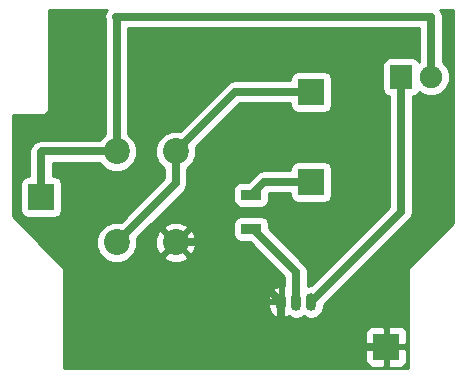
<source format=gbr>
G04 #@! TF.FileFunction,Copper,L1,Top,Signal*
%FSLAX46Y46*%
G04 Gerber Fmt 4.6, Leading zero omitted, Abs format (unit mm)*
G04 Created by KiCad (PCBNEW 4.0.2-stable) date 2016 April 06, Wednesday 21:37:21*
%MOMM*%
G01*
G04 APERTURE LIST*
%ADD10C,0.100000*%
%ADD11R,1.900000X2.000000*%
%ADD12C,1.900000*%
%ADD13R,2.235200X2.235200*%
%ADD14O,0.899160X1.501140*%
%ADD15R,1.700000X0.900000*%
%ADD16C,2.199640*%
%ADD17C,0.700000*%
%ADD18C,0.250000*%
%ADD19C,0.254000*%
G04 APERTURE END LIST*
D10*
D11*
X170180000Y-96520000D03*
D12*
X172720000Y-96520000D03*
D13*
X162560000Y-97790000D03*
X162560000Y-105410000D03*
D14*
X161290000Y-115570000D03*
X162560000Y-115570000D03*
X160020000Y-115570000D03*
D15*
X157480000Y-106500000D03*
X157480000Y-109400000D03*
D16*
X146090640Y-110530640D03*
X151089360Y-110530640D03*
X151089360Y-102829360D03*
X146090640Y-102829360D03*
D13*
X139700000Y-106680000D03*
X168910000Y-119380000D03*
D17*
X162560000Y-115570000D02*
X170180000Y-107950000D01*
X170180000Y-107950000D02*
X170180000Y-96520000D01*
D18*
X170180000Y-96520000D02*
X170180000Y-107950000D01*
D17*
X172720000Y-96520000D02*
X172720000Y-91440000D01*
X172720000Y-91440000D02*
X146050000Y-91440000D01*
X146050000Y-91440000D02*
X146090640Y-91480640D01*
X146090640Y-91480640D02*
X146090640Y-102829360D01*
X146090640Y-102829360D02*
X139740640Y-102829360D01*
X139740640Y-102829360D02*
X139700000Y-102870000D01*
X139700000Y-102870000D02*
X139700000Y-106680000D01*
D18*
X146090640Y-102829360D02*
X139740640Y-102829360D01*
X139700000Y-102870000D02*
X139700000Y-106680000D01*
X139740640Y-102829360D02*
X139700000Y-102870000D01*
X146050000Y-91440000D02*
X146090640Y-91480640D01*
X146090640Y-91480640D02*
X146090640Y-102829360D01*
X172720000Y-91440000D02*
X166370000Y-91440000D01*
X166370000Y-91440000D02*
X146050000Y-91440000D01*
D17*
X151089360Y-102829360D02*
X151089360Y-105531920D01*
X151089360Y-105531920D02*
X146090640Y-110530640D01*
X162560000Y-97790000D02*
X156128720Y-97790000D01*
X156128720Y-97790000D02*
X151089360Y-102829360D01*
D18*
X151089360Y-105531920D02*
X146090640Y-110530640D01*
D17*
X162560000Y-105410000D02*
X158570000Y-105410000D01*
X158570000Y-105410000D02*
X157480000Y-106500000D01*
D18*
X158570000Y-105410000D02*
X157480000Y-106500000D01*
D17*
X157480000Y-109400000D02*
X157660000Y-109400000D01*
X157660000Y-109400000D02*
X161290000Y-113030000D01*
X161290000Y-113030000D02*
X161290000Y-115570000D01*
D18*
X161290000Y-115570000D02*
X161290000Y-113210000D01*
X161290000Y-113210000D02*
X157480000Y-109400000D01*
D17*
X151089360Y-110530640D02*
X154980640Y-110530640D01*
X154980640Y-110530640D02*
X160020000Y-115570000D01*
X160020000Y-115570000D02*
X160020000Y-119380000D01*
X160020000Y-119380000D02*
X168910000Y-119380000D01*
D18*
X160020000Y-115570000D02*
X160020000Y-119380000D01*
X160020000Y-119380000D02*
X168910000Y-119380000D01*
X154980640Y-110530640D02*
X160020000Y-115570000D01*
D19*
G36*
X145139979Y-91063057D02*
X145065000Y-91440000D01*
X145105640Y-91644310D01*
X145105640Y-101361375D01*
X144621811Y-101844360D01*
X139740640Y-101844360D01*
X139363697Y-101919339D01*
X139044140Y-102132860D01*
X139003500Y-102173500D01*
X138789979Y-102493057D01*
X138715000Y-102870000D01*
X138715000Y-104914960D01*
X138582400Y-104914960D01*
X138347083Y-104959238D01*
X138130959Y-105098310D01*
X137985969Y-105310510D01*
X137934960Y-105562400D01*
X137934960Y-107797600D01*
X137979238Y-108032917D01*
X138118310Y-108249041D01*
X138330510Y-108394031D01*
X138582400Y-108445040D01*
X140817600Y-108445040D01*
X141052917Y-108400762D01*
X141269041Y-108261690D01*
X141414031Y-108049490D01*
X141465040Y-107797600D01*
X141465040Y-105562400D01*
X141420762Y-105327083D01*
X141281690Y-105110959D01*
X141069490Y-104965969D01*
X140817600Y-104914960D01*
X140685000Y-104914960D01*
X140685000Y-103814360D01*
X144622655Y-103814360D01*
X145106660Y-104299211D01*
X145744049Y-104563878D01*
X146434203Y-104564480D01*
X147072053Y-104300926D01*
X147560491Y-103813340D01*
X147825158Y-103175951D01*
X147825760Y-102485797D01*
X147562206Y-101847947D01*
X147075640Y-101360531D01*
X147075640Y-92425000D01*
X171735000Y-92425000D01*
X171735000Y-95263708D01*
X171725663Y-95273029D01*
X171594090Y-95068559D01*
X171381890Y-94923569D01*
X171130000Y-94872560D01*
X169230000Y-94872560D01*
X168994683Y-94916838D01*
X168778559Y-95055910D01*
X168633569Y-95268110D01*
X168582560Y-95520000D01*
X168582560Y-97520000D01*
X168626838Y-97755317D01*
X168765910Y-97971441D01*
X168978110Y-98116431D01*
X169195000Y-98160352D01*
X169195000Y-107542000D01*
X162576444Y-114160556D01*
X162560000Y-114157285D01*
X162275000Y-114213975D01*
X162275000Y-113030000D01*
X162200021Y-112653057D01*
X161986500Y-112333500D01*
X158977440Y-109324440D01*
X158977440Y-108950000D01*
X158933162Y-108714683D01*
X158794090Y-108498559D01*
X158581890Y-108353569D01*
X158330000Y-108302560D01*
X156630000Y-108302560D01*
X156394683Y-108346838D01*
X156178559Y-108485910D01*
X156033569Y-108698110D01*
X155982560Y-108950000D01*
X155982560Y-109850000D01*
X156026838Y-110085317D01*
X156165910Y-110301441D01*
X156378110Y-110446431D01*
X156630000Y-110497440D01*
X157364440Y-110497440D01*
X160305000Y-113438000D01*
X160305000Y-114231812D01*
X160147000Y-114351932D01*
X160147000Y-115443000D01*
X160167000Y-115443000D01*
X160167000Y-115697000D01*
X160147000Y-115697000D01*
X160147000Y-116788068D01*
X160313935Y-116914981D01*
X160650762Y-116750359D01*
X160874949Y-116900156D01*
X161290000Y-116982715D01*
X161705051Y-116900156D01*
X161925000Y-116753191D01*
X162144949Y-116900156D01*
X162560000Y-116982715D01*
X162975051Y-116900156D01*
X163326914Y-116665049D01*
X163562021Y-116313186D01*
X163644580Y-115898135D01*
X163644580Y-115878420D01*
X170876500Y-108646500D01*
X171090021Y-108326943D01*
X171165000Y-107950000D01*
X171165000Y-98160854D01*
X171365317Y-98123162D01*
X171581441Y-97984090D01*
X171726431Y-97771890D01*
X171727055Y-97768808D01*
X171820997Y-97862914D01*
X172403341Y-98104724D01*
X173033893Y-98105275D01*
X173616657Y-97864481D01*
X174062914Y-97419003D01*
X174304724Y-96836659D01*
X174305275Y-96206107D01*
X174064481Y-95623343D01*
X173705000Y-95263233D01*
X173705000Y-91440000D01*
X173630021Y-91063057D01*
X173507706Y-90880000D01*
X174550000Y-90880000D01*
X174550000Y-108925908D01*
X170947954Y-112527954D01*
X170794046Y-112758295D01*
X170740000Y-113030000D01*
X170740000Y-121210000D01*
X141680000Y-121210000D01*
X141680000Y-119665750D01*
X167157400Y-119665750D01*
X167157400Y-120623910D01*
X167254073Y-120857299D01*
X167432702Y-121035927D01*
X167666091Y-121132600D01*
X168624250Y-121132600D01*
X168783000Y-120973850D01*
X168783000Y-119507000D01*
X169037000Y-119507000D01*
X169037000Y-120973850D01*
X169195750Y-121132600D01*
X170153909Y-121132600D01*
X170387298Y-121035927D01*
X170565927Y-120857299D01*
X170662600Y-120623910D01*
X170662600Y-119665750D01*
X170503850Y-119507000D01*
X169037000Y-119507000D01*
X168783000Y-119507000D01*
X167316150Y-119507000D01*
X167157400Y-119665750D01*
X141680000Y-119665750D01*
X141680000Y-118136090D01*
X167157400Y-118136090D01*
X167157400Y-119094250D01*
X167316150Y-119253000D01*
X168783000Y-119253000D01*
X168783000Y-117786150D01*
X169037000Y-117786150D01*
X169037000Y-119253000D01*
X170503850Y-119253000D01*
X170662600Y-119094250D01*
X170662600Y-118136090D01*
X170565927Y-117902701D01*
X170387298Y-117724073D01*
X170153909Y-117627400D01*
X169195750Y-117627400D01*
X169037000Y-117786150D01*
X168783000Y-117786150D01*
X168624250Y-117627400D01*
X167666091Y-117627400D01*
X167432702Y-117724073D01*
X167254073Y-117902701D01*
X167157400Y-118136090D01*
X141680000Y-118136090D01*
X141680000Y-115697000D01*
X158935420Y-115697000D01*
X158935420Y-115997990D01*
X159066580Y-116403373D01*
X159342889Y-116727706D01*
X159726065Y-116914981D01*
X159893000Y-116788068D01*
X159893000Y-115697000D01*
X158935420Y-115697000D01*
X141680000Y-115697000D01*
X141680000Y-115142010D01*
X158935420Y-115142010D01*
X158935420Y-115443000D01*
X159893000Y-115443000D01*
X159893000Y-114351932D01*
X159726065Y-114225019D01*
X159342889Y-114412294D01*
X159066580Y-114736627D01*
X158935420Y-115142010D01*
X141680000Y-115142010D01*
X141680000Y-113030000D01*
X141625954Y-112758295D01*
X141472046Y-112527954D01*
X139818295Y-110874203D01*
X144355520Y-110874203D01*
X144619074Y-111512053D01*
X145106660Y-112000491D01*
X145744049Y-112265158D01*
X146434203Y-112265760D01*
X147072053Y-112002206D01*
X147319313Y-111755377D01*
X150044228Y-111755377D01*
X150155110Y-112032591D01*
X150800997Y-112275783D01*
X151490785Y-112253294D01*
X152023610Y-112032591D01*
X152134492Y-111755377D01*
X151089360Y-110710245D01*
X150044228Y-111755377D01*
X147319313Y-111755377D01*
X147560491Y-111514620D01*
X147825158Y-110877231D01*
X147825712Y-110242277D01*
X149344217Y-110242277D01*
X149366706Y-110932065D01*
X149587409Y-111464890D01*
X149864623Y-111575772D01*
X150909755Y-110530640D01*
X151268965Y-110530640D01*
X152314097Y-111575772D01*
X152591311Y-111464890D01*
X152834503Y-110819003D01*
X152812014Y-110129215D01*
X152591311Y-109596390D01*
X152314097Y-109485508D01*
X151268965Y-110530640D01*
X150909755Y-110530640D01*
X149864623Y-109485508D01*
X149587409Y-109596390D01*
X149344217Y-110242277D01*
X147825712Y-110242277D01*
X147825759Y-110188521D01*
X148708377Y-109305903D01*
X150044228Y-109305903D01*
X151089360Y-110351035D01*
X152134492Y-109305903D01*
X152023610Y-109028689D01*
X151377723Y-108785497D01*
X150687935Y-108807986D01*
X150155110Y-109028689D01*
X150044228Y-109305903D01*
X148708377Y-109305903D01*
X151785860Y-106228420D01*
X151905076Y-106050000D01*
X155982560Y-106050000D01*
X155982560Y-106950000D01*
X156026838Y-107185317D01*
X156165910Y-107401441D01*
X156378110Y-107546431D01*
X156630000Y-107597440D01*
X158330000Y-107597440D01*
X158565317Y-107553162D01*
X158781441Y-107414090D01*
X158926431Y-107201890D01*
X158977440Y-106950000D01*
X158977440Y-106395560D01*
X158978000Y-106395000D01*
X160794960Y-106395000D01*
X160794960Y-106527600D01*
X160839238Y-106762917D01*
X160978310Y-106979041D01*
X161190510Y-107124031D01*
X161442400Y-107175040D01*
X163677600Y-107175040D01*
X163912917Y-107130762D01*
X164129041Y-106991690D01*
X164274031Y-106779490D01*
X164325040Y-106527600D01*
X164325040Y-104292400D01*
X164280762Y-104057083D01*
X164141690Y-103840959D01*
X163929490Y-103695969D01*
X163677600Y-103644960D01*
X161442400Y-103644960D01*
X161207083Y-103689238D01*
X160990959Y-103828310D01*
X160845969Y-104040510D01*
X160794960Y-104292400D01*
X160794960Y-104425000D01*
X158570000Y-104425000D01*
X158193057Y-104499979D01*
X157873500Y-104713500D01*
X157184440Y-105402560D01*
X156630000Y-105402560D01*
X156394683Y-105446838D01*
X156178559Y-105585910D01*
X156033569Y-105798110D01*
X155982560Y-106050000D01*
X151905076Y-106050000D01*
X151999381Y-105908863D01*
X152074360Y-105531920D01*
X152074360Y-104297345D01*
X152559211Y-103813340D01*
X152823878Y-103175951D01*
X152824479Y-102487241D01*
X156536720Y-98775000D01*
X160794960Y-98775000D01*
X160794960Y-98907600D01*
X160839238Y-99142917D01*
X160978310Y-99359041D01*
X161190510Y-99504031D01*
X161442400Y-99555040D01*
X163677600Y-99555040D01*
X163912917Y-99510762D01*
X164129041Y-99371690D01*
X164274031Y-99159490D01*
X164325040Y-98907600D01*
X164325040Y-96672400D01*
X164280762Y-96437083D01*
X164141690Y-96220959D01*
X163929490Y-96075969D01*
X163677600Y-96024960D01*
X161442400Y-96024960D01*
X161207083Y-96069238D01*
X160990959Y-96208310D01*
X160845969Y-96420510D01*
X160794960Y-96672400D01*
X160794960Y-96805000D01*
X156128720Y-96805000D01*
X155751777Y-96879979D01*
X155432220Y-97093500D01*
X151430882Y-101094838D01*
X150745797Y-101094240D01*
X150107947Y-101357794D01*
X149619509Y-101845380D01*
X149354842Y-102482769D01*
X149354240Y-103172923D01*
X149617794Y-103810773D01*
X150104360Y-104298189D01*
X150104360Y-105123920D01*
X146432162Y-108796118D01*
X145747077Y-108795520D01*
X145109227Y-109059074D01*
X144620789Y-109546660D01*
X144356122Y-110184049D01*
X144355520Y-110874203D01*
X139818295Y-110874203D01*
X137287000Y-108342908D01*
X137287000Y-99770000D01*
X139700000Y-99770000D01*
X139971705Y-99715954D01*
X140202046Y-99562046D01*
X140355954Y-99331705D01*
X140410000Y-99060000D01*
X140410000Y-90880000D01*
X145262294Y-90880000D01*
X145139979Y-91063057D01*
X145139979Y-91063057D01*
G37*
X145139979Y-91063057D02*
X145065000Y-91440000D01*
X145105640Y-91644310D01*
X145105640Y-101361375D01*
X144621811Y-101844360D01*
X139740640Y-101844360D01*
X139363697Y-101919339D01*
X139044140Y-102132860D01*
X139003500Y-102173500D01*
X138789979Y-102493057D01*
X138715000Y-102870000D01*
X138715000Y-104914960D01*
X138582400Y-104914960D01*
X138347083Y-104959238D01*
X138130959Y-105098310D01*
X137985969Y-105310510D01*
X137934960Y-105562400D01*
X137934960Y-107797600D01*
X137979238Y-108032917D01*
X138118310Y-108249041D01*
X138330510Y-108394031D01*
X138582400Y-108445040D01*
X140817600Y-108445040D01*
X141052917Y-108400762D01*
X141269041Y-108261690D01*
X141414031Y-108049490D01*
X141465040Y-107797600D01*
X141465040Y-105562400D01*
X141420762Y-105327083D01*
X141281690Y-105110959D01*
X141069490Y-104965969D01*
X140817600Y-104914960D01*
X140685000Y-104914960D01*
X140685000Y-103814360D01*
X144622655Y-103814360D01*
X145106660Y-104299211D01*
X145744049Y-104563878D01*
X146434203Y-104564480D01*
X147072053Y-104300926D01*
X147560491Y-103813340D01*
X147825158Y-103175951D01*
X147825760Y-102485797D01*
X147562206Y-101847947D01*
X147075640Y-101360531D01*
X147075640Y-92425000D01*
X171735000Y-92425000D01*
X171735000Y-95263708D01*
X171725663Y-95273029D01*
X171594090Y-95068559D01*
X171381890Y-94923569D01*
X171130000Y-94872560D01*
X169230000Y-94872560D01*
X168994683Y-94916838D01*
X168778559Y-95055910D01*
X168633569Y-95268110D01*
X168582560Y-95520000D01*
X168582560Y-97520000D01*
X168626838Y-97755317D01*
X168765910Y-97971441D01*
X168978110Y-98116431D01*
X169195000Y-98160352D01*
X169195000Y-107542000D01*
X162576444Y-114160556D01*
X162560000Y-114157285D01*
X162275000Y-114213975D01*
X162275000Y-113030000D01*
X162200021Y-112653057D01*
X161986500Y-112333500D01*
X158977440Y-109324440D01*
X158977440Y-108950000D01*
X158933162Y-108714683D01*
X158794090Y-108498559D01*
X158581890Y-108353569D01*
X158330000Y-108302560D01*
X156630000Y-108302560D01*
X156394683Y-108346838D01*
X156178559Y-108485910D01*
X156033569Y-108698110D01*
X155982560Y-108950000D01*
X155982560Y-109850000D01*
X156026838Y-110085317D01*
X156165910Y-110301441D01*
X156378110Y-110446431D01*
X156630000Y-110497440D01*
X157364440Y-110497440D01*
X160305000Y-113438000D01*
X160305000Y-114231812D01*
X160147000Y-114351932D01*
X160147000Y-115443000D01*
X160167000Y-115443000D01*
X160167000Y-115697000D01*
X160147000Y-115697000D01*
X160147000Y-116788068D01*
X160313935Y-116914981D01*
X160650762Y-116750359D01*
X160874949Y-116900156D01*
X161290000Y-116982715D01*
X161705051Y-116900156D01*
X161925000Y-116753191D01*
X162144949Y-116900156D01*
X162560000Y-116982715D01*
X162975051Y-116900156D01*
X163326914Y-116665049D01*
X163562021Y-116313186D01*
X163644580Y-115898135D01*
X163644580Y-115878420D01*
X170876500Y-108646500D01*
X171090021Y-108326943D01*
X171165000Y-107950000D01*
X171165000Y-98160854D01*
X171365317Y-98123162D01*
X171581441Y-97984090D01*
X171726431Y-97771890D01*
X171727055Y-97768808D01*
X171820997Y-97862914D01*
X172403341Y-98104724D01*
X173033893Y-98105275D01*
X173616657Y-97864481D01*
X174062914Y-97419003D01*
X174304724Y-96836659D01*
X174305275Y-96206107D01*
X174064481Y-95623343D01*
X173705000Y-95263233D01*
X173705000Y-91440000D01*
X173630021Y-91063057D01*
X173507706Y-90880000D01*
X174550000Y-90880000D01*
X174550000Y-108925908D01*
X170947954Y-112527954D01*
X170794046Y-112758295D01*
X170740000Y-113030000D01*
X170740000Y-121210000D01*
X141680000Y-121210000D01*
X141680000Y-119665750D01*
X167157400Y-119665750D01*
X167157400Y-120623910D01*
X167254073Y-120857299D01*
X167432702Y-121035927D01*
X167666091Y-121132600D01*
X168624250Y-121132600D01*
X168783000Y-120973850D01*
X168783000Y-119507000D01*
X169037000Y-119507000D01*
X169037000Y-120973850D01*
X169195750Y-121132600D01*
X170153909Y-121132600D01*
X170387298Y-121035927D01*
X170565927Y-120857299D01*
X170662600Y-120623910D01*
X170662600Y-119665750D01*
X170503850Y-119507000D01*
X169037000Y-119507000D01*
X168783000Y-119507000D01*
X167316150Y-119507000D01*
X167157400Y-119665750D01*
X141680000Y-119665750D01*
X141680000Y-118136090D01*
X167157400Y-118136090D01*
X167157400Y-119094250D01*
X167316150Y-119253000D01*
X168783000Y-119253000D01*
X168783000Y-117786150D01*
X169037000Y-117786150D01*
X169037000Y-119253000D01*
X170503850Y-119253000D01*
X170662600Y-119094250D01*
X170662600Y-118136090D01*
X170565927Y-117902701D01*
X170387298Y-117724073D01*
X170153909Y-117627400D01*
X169195750Y-117627400D01*
X169037000Y-117786150D01*
X168783000Y-117786150D01*
X168624250Y-117627400D01*
X167666091Y-117627400D01*
X167432702Y-117724073D01*
X167254073Y-117902701D01*
X167157400Y-118136090D01*
X141680000Y-118136090D01*
X141680000Y-115697000D01*
X158935420Y-115697000D01*
X158935420Y-115997990D01*
X159066580Y-116403373D01*
X159342889Y-116727706D01*
X159726065Y-116914981D01*
X159893000Y-116788068D01*
X159893000Y-115697000D01*
X158935420Y-115697000D01*
X141680000Y-115697000D01*
X141680000Y-115142010D01*
X158935420Y-115142010D01*
X158935420Y-115443000D01*
X159893000Y-115443000D01*
X159893000Y-114351932D01*
X159726065Y-114225019D01*
X159342889Y-114412294D01*
X159066580Y-114736627D01*
X158935420Y-115142010D01*
X141680000Y-115142010D01*
X141680000Y-113030000D01*
X141625954Y-112758295D01*
X141472046Y-112527954D01*
X139818295Y-110874203D01*
X144355520Y-110874203D01*
X144619074Y-111512053D01*
X145106660Y-112000491D01*
X145744049Y-112265158D01*
X146434203Y-112265760D01*
X147072053Y-112002206D01*
X147319313Y-111755377D01*
X150044228Y-111755377D01*
X150155110Y-112032591D01*
X150800997Y-112275783D01*
X151490785Y-112253294D01*
X152023610Y-112032591D01*
X152134492Y-111755377D01*
X151089360Y-110710245D01*
X150044228Y-111755377D01*
X147319313Y-111755377D01*
X147560491Y-111514620D01*
X147825158Y-110877231D01*
X147825712Y-110242277D01*
X149344217Y-110242277D01*
X149366706Y-110932065D01*
X149587409Y-111464890D01*
X149864623Y-111575772D01*
X150909755Y-110530640D01*
X151268965Y-110530640D01*
X152314097Y-111575772D01*
X152591311Y-111464890D01*
X152834503Y-110819003D01*
X152812014Y-110129215D01*
X152591311Y-109596390D01*
X152314097Y-109485508D01*
X151268965Y-110530640D01*
X150909755Y-110530640D01*
X149864623Y-109485508D01*
X149587409Y-109596390D01*
X149344217Y-110242277D01*
X147825712Y-110242277D01*
X147825759Y-110188521D01*
X148708377Y-109305903D01*
X150044228Y-109305903D01*
X151089360Y-110351035D01*
X152134492Y-109305903D01*
X152023610Y-109028689D01*
X151377723Y-108785497D01*
X150687935Y-108807986D01*
X150155110Y-109028689D01*
X150044228Y-109305903D01*
X148708377Y-109305903D01*
X151785860Y-106228420D01*
X151905076Y-106050000D01*
X155982560Y-106050000D01*
X155982560Y-106950000D01*
X156026838Y-107185317D01*
X156165910Y-107401441D01*
X156378110Y-107546431D01*
X156630000Y-107597440D01*
X158330000Y-107597440D01*
X158565317Y-107553162D01*
X158781441Y-107414090D01*
X158926431Y-107201890D01*
X158977440Y-106950000D01*
X158977440Y-106395560D01*
X158978000Y-106395000D01*
X160794960Y-106395000D01*
X160794960Y-106527600D01*
X160839238Y-106762917D01*
X160978310Y-106979041D01*
X161190510Y-107124031D01*
X161442400Y-107175040D01*
X163677600Y-107175040D01*
X163912917Y-107130762D01*
X164129041Y-106991690D01*
X164274031Y-106779490D01*
X164325040Y-106527600D01*
X164325040Y-104292400D01*
X164280762Y-104057083D01*
X164141690Y-103840959D01*
X163929490Y-103695969D01*
X163677600Y-103644960D01*
X161442400Y-103644960D01*
X161207083Y-103689238D01*
X160990959Y-103828310D01*
X160845969Y-104040510D01*
X160794960Y-104292400D01*
X160794960Y-104425000D01*
X158570000Y-104425000D01*
X158193057Y-104499979D01*
X157873500Y-104713500D01*
X157184440Y-105402560D01*
X156630000Y-105402560D01*
X156394683Y-105446838D01*
X156178559Y-105585910D01*
X156033569Y-105798110D01*
X155982560Y-106050000D01*
X151905076Y-106050000D01*
X151999381Y-105908863D01*
X152074360Y-105531920D01*
X152074360Y-104297345D01*
X152559211Y-103813340D01*
X152823878Y-103175951D01*
X152824479Y-102487241D01*
X156536720Y-98775000D01*
X160794960Y-98775000D01*
X160794960Y-98907600D01*
X160839238Y-99142917D01*
X160978310Y-99359041D01*
X161190510Y-99504031D01*
X161442400Y-99555040D01*
X163677600Y-99555040D01*
X163912917Y-99510762D01*
X164129041Y-99371690D01*
X164274031Y-99159490D01*
X164325040Y-98907600D01*
X164325040Y-96672400D01*
X164280762Y-96437083D01*
X164141690Y-96220959D01*
X163929490Y-96075969D01*
X163677600Y-96024960D01*
X161442400Y-96024960D01*
X161207083Y-96069238D01*
X160990959Y-96208310D01*
X160845969Y-96420510D01*
X160794960Y-96672400D01*
X160794960Y-96805000D01*
X156128720Y-96805000D01*
X155751777Y-96879979D01*
X155432220Y-97093500D01*
X151430882Y-101094838D01*
X150745797Y-101094240D01*
X150107947Y-101357794D01*
X149619509Y-101845380D01*
X149354842Y-102482769D01*
X149354240Y-103172923D01*
X149617794Y-103810773D01*
X150104360Y-104298189D01*
X150104360Y-105123920D01*
X146432162Y-108796118D01*
X145747077Y-108795520D01*
X145109227Y-109059074D01*
X144620789Y-109546660D01*
X144356122Y-110184049D01*
X144355520Y-110874203D01*
X139818295Y-110874203D01*
X137287000Y-108342908D01*
X137287000Y-99770000D01*
X139700000Y-99770000D01*
X139971705Y-99715954D01*
X140202046Y-99562046D01*
X140355954Y-99331705D01*
X140410000Y-99060000D01*
X140410000Y-90880000D01*
X145262294Y-90880000D01*
X145139979Y-91063057D01*
M02*

</source>
